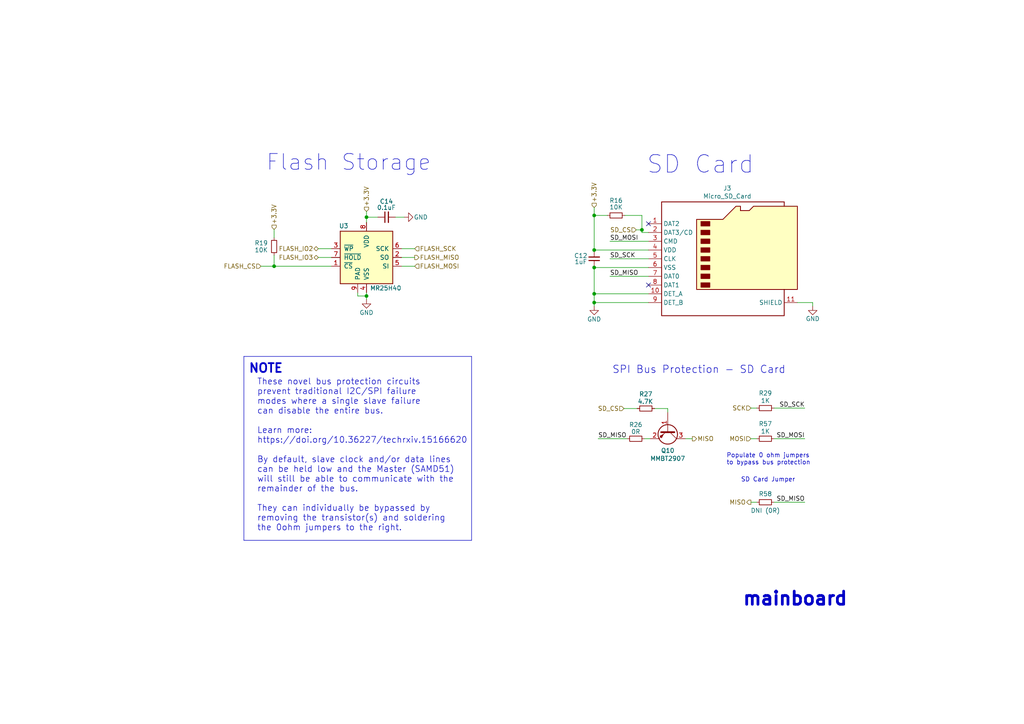
<source format=kicad_sch>
(kicad_sch (version 20230121) (generator eeschema)

  (uuid 8a8ba499-2339-4bda-a952-919dfe39ec43)

  (paper "A4")

  (title_block
    (title "PyCubed Mini")
    (date "2024-02-20")
    (rev "C1/01")
    (company "RExLab Carnegie Mellon University")
    (comment 1 "Z.Manchester")
    (comment 2 "N.Khera")
    (comment 3 "M.Holliday")
  )

  (lib_symbols
    (symbol "Connector:Micro_SD_Card_Det2" (in_bom yes) (on_board yes)
      (property "Reference" "J" (at -16.51 17.78 0)
        (effects (font (size 1.27 1.27)))
      )
      (property "Value" "Micro_SD_Card_Det2" (at 16.51 17.78 0)
        (effects (font (size 1.27 1.27)) (justify right))
      )
      (property "Footprint" "" (at 52.07 17.78 0)
        (effects (font (size 1.27 1.27)) hide)
      )
      (property "Datasheet" "https://www.hirose.com/en/product/document?clcode=&productname=&series=DM3&documenttype=Catalog&lang=en&documentid=D49662_en" (at 2.54 2.54 0)
        (effects (font (size 1.27 1.27)) hide)
      )
      (property "ki_keywords" "connector SD microsd" (at 0 0 0)
        (effects (font (size 1.27 1.27)) hide)
      )
      (property "ki_description" "Micro SD Card Socket with two card detection pins" (at 0 0 0)
        (effects (font (size 1.27 1.27)) hide)
      )
      (property "ki_fp_filters" "microSD*" (at 0 0 0)
        (effects (font (size 1.27 1.27)) hide)
      )
      (symbol "Micro_SD_Card_Det2_0_1"
        (rectangle (start -7.62 -6.985) (end -5.08 -8.255)
          (stroke (width 0.254) (type default))
          (fill (type outline))
        )
        (rectangle (start -7.62 -4.445) (end -5.08 -5.715)
          (stroke (width 0.254) (type default))
          (fill (type outline))
        )
        (rectangle (start -7.62 -1.905) (end -5.08 -3.175)
          (stroke (width 0.254) (type default))
          (fill (type outline))
        )
        (rectangle (start -7.62 0.635) (end -5.08 -0.635)
          (stroke (width 0.254) (type default))
          (fill (type outline))
        )
        (rectangle (start -7.62 3.175) (end -5.08 1.905)
          (stroke (width 0.254) (type default))
          (fill (type outline))
        )
        (rectangle (start -7.62 5.715) (end -5.08 4.445)
          (stroke (width 0.254) (type default))
          (fill (type outline))
        )
        (rectangle (start -7.62 8.255) (end -5.08 6.985)
          (stroke (width 0.254) (type default))
          (fill (type outline))
        )
        (rectangle (start -7.62 10.795) (end -5.08 9.525)
          (stroke (width 0.254) (type default))
          (fill (type outline))
        )
        (polyline
          (pts
            (xy 16.51 15.24)
            (xy 16.51 16.51)
            (xy -19.05 16.51)
            (xy -19.05 -16.51)
            (xy 16.51 -16.51)
            (xy 16.51 -8.89)
          )
          (stroke (width 0.254) (type default))
          (fill (type none))
        )
        (polyline
          (pts
            (xy -8.89 -8.89)
            (xy -8.89 11.43)
            (xy -1.27 11.43)
            (xy 2.54 15.24)
            (xy 3.81 15.24)
            (xy 3.81 13.97)
            (xy 6.35 13.97)
            (xy 7.62 15.24)
            (xy 20.32 15.24)
            (xy 20.32 -8.89)
            (xy -8.89 -8.89)
          )
          (stroke (width 0.254) (type default))
          (fill (type background))
        )
      )
      (symbol "Micro_SD_Card_Det2_1_1"
        (pin bidirectional line (at -22.86 10.16 0) (length 3.81)
          (name "DAT2" (effects (font (size 1.27 1.27))))
          (number "1" (effects (font (size 1.27 1.27))))
        )
        (pin passive line (at -22.86 -10.16 0) (length 3.81)
          (name "DET_A" (effects (font (size 1.27 1.27))))
          (number "10" (effects (font (size 1.27 1.27))))
        )
        (pin passive line (at 20.32 -12.7 180) (length 3.81)
          (name "SHIELD" (effects (font (size 1.27 1.27))))
          (number "11" (effects (font (size 1.27 1.27))))
        )
        (pin bidirectional line (at -22.86 7.62 0) (length 3.81)
          (name "DAT3/CD" (effects (font (size 1.27 1.27))))
          (number "2" (effects (font (size 1.27 1.27))))
        )
        (pin input line (at -22.86 5.08 0) (length 3.81)
          (name "CMD" (effects (font (size 1.27 1.27))))
          (number "3" (effects (font (size 1.27 1.27))))
        )
        (pin power_in line (at -22.86 2.54 0) (length 3.81)
          (name "VDD" (effects (font (size 1.27 1.27))))
          (number "4" (effects (font (size 1.27 1.27))))
        )
        (pin input line (at -22.86 0 0) (length 3.81)
          (name "CLK" (effects (font (size 1.27 1.27))))
          (number "5" (effects (font (size 1.27 1.27))))
        )
        (pin power_in line (at -22.86 -2.54 0) (length 3.81)
          (name "VSS" (effects (font (size 1.27 1.27))))
          (number "6" (effects (font (size 1.27 1.27))))
        )
        (pin bidirectional line (at -22.86 -5.08 0) (length 3.81)
          (name "DAT0" (effects (font (size 1.27 1.27))))
          (number "7" (effects (font (size 1.27 1.27))))
        )
        (pin bidirectional line (at -22.86 -7.62 0) (length 3.81)
          (name "DAT1" (effects (font (size 1.27 1.27))))
          (number "8" (effects (font (size 1.27 1.27))))
        )
        (pin passive line (at -22.86 -12.7 0) (length 3.81)
          (name "DET_B" (effects (font (size 1.27 1.27))))
          (number "9" (effects (font (size 1.27 1.27))))
        )
      )
    )
    (symbol "Device:C_Small" (pin_numbers hide) (pin_names (offset 0.254) hide) (in_bom yes) (on_board yes)
      (property "Reference" "C" (at 0.254 1.778 0)
        (effects (font (size 1.27 1.27)) (justify left))
      )
      (property "Value" "C_Small" (at 0.254 -2.032 0)
        (effects (font (size 1.27 1.27)) (justify left))
      )
      (property "Footprint" "" (at 0 0 0)
        (effects (font (size 1.27 1.27)) hide)
      )
      (property "Datasheet" "~" (at 0 0 0)
        (effects (font (size 1.27 1.27)) hide)
      )
      (property "ki_keywords" "capacitor cap" (at 0 0 0)
        (effects (font (size 1.27 1.27)) hide)
      )
      (property "ki_description" "Unpolarized capacitor, small symbol" (at 0 0 0)
        (effects (font (size 1.27 1.27)) hide)
      )
      (property "ki_fp_filters" "C_*" (at 0 0 0)
        (effects (font (size 1.27 1.27)) hide)
      )
      (symbol "C_Small_0_1"
        (polyline
          (pts
            (xy -1.524 -0.508)
            (xy 1.524 -0.508)
          )
          (stroke (width 0.3302) (type default))
          (fill (type none))
        )
        (polyline
          (pts
            (xy -1.524 0.508)
            (xy 1.524 0.508)
          )
          (stroke (width 0.3048) (type default))
          (fill (type none))
        )
      )
      (symbol "C_Small_1_1"
        (pin passive line (at 0 2.54 270) (length 2.032)
          (name "~" (effects (font (size 1.27 1.27))))
          (number "1" (effects (font (size 1.27 1.27))))
        )
        (pin passive line (at 0 -2.54 90) (length 2.032)
          (name "~" (effects (font (size 1.27 1.27))))
          (number "2" (effects (font (size 1.27 1.27))))
        )
      )
    )
    (symbol "Device:R_Small" (pin_numbers hide) (pin_names (offset 0.254) hide) (in_bom yes) (on_board yes)
      (property "Reference" "R" (at 0.762 0.508 0)
        (effects (font (size 1.27 1.27)) (justify left))
      )
      (property "Value" "R_Small" (at 0.762 -1.016 0)
        (effects (font (size 1.27 1.27)) (justify left))
      )
      (property "Footprint" "" (at 0 0 0)
        (effects (font (size 1.27 1.27)) hide)
      )
      (property "Datasheet" "~" (at 0 0 0)
        (effects (font (size 1.27 1.27)) hide)
      )
      (property "ki_keywords" "R resistor" (at 0 0 0)
        (effects (font (size 1.27 1.27)) hide)
      )
      (property "ki_description" "Resistor, small symbol" (at 0 0 0)
        (effects (font (size 1.27 1.27)) hide)
      )
      (property "ki_fp_filters" "R_*" (at 0 0 0)
        (effects (font (size 1.27 1.27)) hide)
      )
      (symbol "R_Small_0_1"
        (rectangle (start -0.762 1.778) (end 0.762 -1.778)
          (stroke (width 0.2032) (type default))
          (fill (type none))
        )
      )
      (symbol "R_Small_1_1"
        (pin passive line (at 0 2.54 270) (length 0.762)
          (name "~" (effects (font (size 1.27 1.27))))
          (number "1" (effects (font (size 1.27 1.27))))
        )
        (pin passive line (at 0 -2.54 90) (length 0.762)
          (name "~" (effects (font (size 1.27 1.27))))
          (number "2" (effects (font (size 1.27 1.27))))
        )
      )
    )
    (symbol "Memory_NVRAM:MR25H40" (pin_names (offset 1.016)) (in_bom yes) (on_board yes)
      (property "Reference" "U" (at -7.62 8.89 0)
        (effects (font (size 1.27 1.27)) (justify left))
      )
      (property "Value" "MR25H40" (at 1.27 8.89 0)
        (effects (font (size 1.27 1.27)) (justify left))
      )
      (property "Footprint" "" (at 0 0 0)
        (effects (font (size 1.27 1.27)) hide)
      )
      (property "Datasheet" "https://www.everspin.com/file/217/download" (at -7.62 7.62 0)
        (effects (font (size 1.27 1.27)) hide)
      )
      (property "ki_keywords" "MRAM SPI EEPROM 3.3V" (at 0 0 0)
        (effects (font (size 1.27 1.27)) hide)
      )
      (property "ki_description" "4Mb MRAM memory with SPI interface, DFN-8" (at 0 0 0)
        (effects (font (size 1.27 1.27)) hide)
      )
      (property "ki_fp_filters" "DFN*6x5mm*P1.27mm*" (at 0 0 0)
        (effects (font (size 1.27 1.27)) hide)
      )
      (symbol "MR25H40_0_1"
        (rectangle (start -7.62 7.62) (end 7.62 -7.62)
          (stroke (width 0.254) (type default))
          (fill (type background))
        )
      )
      (symbol "MR25H40_1_1"
        (pin input line (at -10.16 -2.54 0) (length 2.54)
          (name "~{CS}" (effects (font (size 1.27 1.27))))
          (number "1" (effects (font (size 1.27 1.27))))
        )
        (pin output line (at 10.16 0 180) (length 2.54)
          (name "SO" (effects (font (size 1.27 1.27))))
          (number "2" (effects (font (size 1.27 1.27))))
        )
        (pin input line (at -10.16 2.54 0) (length 2.54)
          (name "~{WP}" (effects (font (size 1.27 1.27))))
          (number "3" (effects (font (size 1.27 1.27))))
        )
        (pin power_in line (at 0 -10.16 90) (length 2.54)
          (name "VSS" (effects (font (size 1.27 1.27))))
          (number "4" (effects (font (size 1.27 1.27))))
        )
        (pin input line (at 10.16 -2.54 180) (length 2.54)
          (name "SI" (effects (font (size 1.27 1.27))))
          (number "5" (effects (font (size 1.27 1.27))))
        )
        (pin input line (at 10.16 2.54 180) (length 2.54)
          (name "SCK" (effects (font (size 1.27 1.27))))
          (number "6" (effects (font (size 1.27 1.27))))
        )
        (pin input line (at -10.16 0 0) (length 2.54)
          (name "~{HOLD}" (effects (font (size 1.27 1.27))))
          (number "7" (effects (font (size 1.27 1.27))))
        )
        (pin power_in line (at 0 10.16 270) (length 2.54)
          (name "VDD" (effects (font (size 1.27 1.27))))
          (number "8" (effects (font (size 1.27 1.27))))
        )
        (pin power_in line (at -2.54 -10.16 90) (length 2.54)
          (name "PAD" (effects (font (size 1.27 1.27))))
          (number "9" (effects (font (size 1.27 1.27))))
        )
      )
    )
    (symbol "mainboard:MMBT2907" (pin_names (offset 0) hide) (in_bom yes) (on_board yes)
      (property "Reference" "Q" (at 6.35 1.27 0)
        (effects (font (size 1.27 1.27)) (justify left))
      )
      (property "Value" "MMBT2907" (at 11.43 -1.27 0)
        (effects (font (size 1.27 1.27)))
      )
      (property "Footprint" "Package_TO_SOT_SMD:SOT-23" (at -10.16 -25.4 0)
        (effects (font (size 1.27 1.27) italic) (justify left) hide)
      )
      (property "Datasheet" "https://www.diodes.com/assets/Datasheets/ds30040.pdf" (at -10.16 -17.78 0)
        (effects (font (size 1.27 1.27)) (justify left) hide)
      )
      (property "Description" "Single PNP BJT" (at -2.54 -20.32 0)
        (effects (font (size 1.27 1.27)) hide)
      )
      (property "Manufacturer_Name" "ON Semiconductor" (at -1.27 -22.86 0)
        (effects (font (size 1.27 1.27)) hide)
      )
      (property "Manufacturer_Part_Number" "MMBT2907ALT1G" (at -2.54 -15.24 0)
        (effects (font (size 1.27 1.27)) hide)
      )
      (property "ki_keywords" "PNP Transistor" (at 0 0 0)
        (effects (font (size 1.27 1.27)) hide)
      )
      (property "ki_description" "0.8A Ic, 45V Vce, PNP Transistor, SOT-23" (at 0 0 0)
        (effects (font (size 1.27 1.27)) hide)
      )
      (property "ki_fp_filters" "SOT?23*" (at 0 0 0)
        (effects (font (size 1.27 1.27)) hide)
      )
      (symbol "MMBT2907_0_1"
        (polyline
          (pts
            (xy 0.635 0.635)
            (xy 2.54 2.54)
          )
          (stroke (width 0) (type default))
          (fill (type none))
        )
        (polyline
          (pts
            (xy 0.635 -0.635)
            (xy 2.54 -2.54)
            (xy 2.54 -2.54)
          )
          (stroke (width 0) (type default))
          (fill (type none))
        )
        (polyline
          (pts
            (xy 0.635 1.905)
            (xy 0.635 -1.905)
            (xy 0.635 -1.905)
          )
          (stroke (width 0.508) (type default))
          (fill (type none))
        )
        (polyline
          (pts
            (xy 2.286 -1.778)
            (xy 1.778 -2.286)
            (xy 1.27 -1.27)
            (xy 2.286 -1.778)
            (xy 2.286 -1.778)
          )
          (stroke (width 0) (type default))
          (fill (type outline))
        )
        (circle (center 1.27 0) (radius 2.8194)
          (stroke (width 0.254) (type default))
          (fill (type none))
        )
      )
      (symbol "MMBT2907_1_1"
        (pin input line (at -5.08 0 0) (length 5.715)
          (name "B" (effects (font (size 1.27 1.27))))
          (number "1" (effects (font (size 1.27 1.27))))
        )
        (pin passive line (at 2.54 -5.08 90) (length 2.54)
          (name "E" (effects (font (size 1.27 1.27))))
          (number "2" (effects (font (size 1.27 1.27))))
        )
        (pin passive line (at 2.54 5.08 270) (length 2.54)
          (name "C" (effects (font (size 1.27 1.27))))
          (number "3" (effects (font (size 1.27 1.27))))
        )
      )
    )
    (symbol "power:GND" (power) (pin_names (offset 0)) (in_bom yes) (on_board yes)
      (property "Reference" "#PWR" (at 0 -6.35 0)
        (effects (font (size 1.27 1.27)) hide)
      )
      (property "Value" "GND" (at 0 -3.81 0)
        (effects (font (size 1.27 1.27)))
      )
      (property "Footprint" "" (at 0 0 0)
        (effects (font (size 1.27 1.27)) hide)
      )
      (property "Datasheet" "" (at 0 0 0)
        (effects (font (size 1.27 1.27)) hide)
      )
      (property "ki_keywords" "global power" (at 0 0 0)
        (effects (font (size 1.27 1.27)) hide)
      )
      (property "ki_description" "Power symbol creates a global label with name \"GND\" , ground" (at 0 0 0)
        (effects (font (size 1.27 1.27)) hide)
      )
      (symbol "GND_0_1"
        (polyline
          (pts
            (xy 0 0)
            (xy 0 -1.27)
            (xy 1.27 -1.27)
            (xy 0 -2.54)
            (xy -1.27 -1.27)
            (xy 0 -1.27)
          )
          (stroke (width 0) (type default))
          (fill (type none))
        )
      )
      (symbol "GND_1_1"
        (pin power_in line (at 0 0 270) (length 0) hide
          (name "GND" (effects (font (size 1.27 1.27))))
          (number "1" (effects (font (size 1.27 1.27))))
        )
      )
    )
  )

  (junction (at 172.339 62.484) (diameter 0) (color 0 0 0 0)
    (uuid 0ceeb0c0-2cf9-48cc-ae81-0c2a57f01ef7)
  )
  (junction (at 172.339 77.597) (diameter 0) (color 0 0 0 0)
    (uuid 24077a81-ad3f-47be-97dc-28185ae40ae1)
  )
  (junction (at 106.299 85.852) (diameter 0) (color 0 0 0 0)
    (uuid 28f79a15-ec8c-4914-912f-3aa6ea8c2f60)
  )
  (junction (at 172.339 85.217) (diameter 0) (color 0 0 0 0)
    (uuid 5ffca89f-bfc8-4919-995c-d77f2779c779)
  )
  (junction (at 172.339 87.757) (diameter 0) (color 0 0 0 0)
    (uuid 8372f33f-11e2-4d2d-b66a-417fecc102bb)
  )
  (junction (at 79.502 77.216) (diameter 0) (color 0 0 0 0)
    (uuid ac3f1945-57be-49d8-870d-998f49f1fb42)
  )
  (junction (at 186.182 66.675) (diameter 0) (color 0 0 0 0)
    (uuid cb1a1eab-78d6-4584-8a06-0a2377883b83)
  )
  (junction (at 106.299 62.992) (diameter 0) (color 0 0 0 0)
    (uuid dd946739-9ce0-49fe-96e7-e3d41d0fb748)
  )
  (junction (at 172.339 72.517) (diameter 0) (color 0 0 0 0)
    (uuid ff5aa836-49d6-4664-8fb9-1eb2ad8f9686)
  )

  (no_connect (at 188.087 64.897) (uuid 2b73660c-dd73-4523-9998-19c1301281be))
  (no_connect (at 188.087 82.677) (uuid 3baa2f82-77ca-4bc1-9769-cb9982ac03d4))

  (wire (pts (xy 181.229 62.484) (xy 186.182 62.484))
    (stroke (width 0) (type default))
    (uuid 0942f90d-aa62-412e-9e1a-545a87c7e824)
  )
  (wire (pts (xy 172.339 72.517) (xy 188.087 72.517))
    (stroke (width 0) (type default))
    (uuid 0bca2b57-7167-442d-b748-46dc8820c9ab)
  )
  (wire (pts (xy 79.502 74.041) (xy 79.502 77.216))
    (stroke (width 0) (type default))
    (uuid 127bba01-f926-40c7-8b44-48c14a49af20)
  )
  (wire (pts (xy 106.299 62.992) (xy 109.601 62.992))
    (stroke (width 0) (type default))
    (uuid 18364e22-448d-4636-987d-7afca09ee354)
  )
  (wire (pts (xy 172.339 85.217) (xy 188.087 85.217))
    (stroke (width 0) (type default))
    (uuid 24635f54-5735-453e-b0e8-6ce7c2fe5a0f)
  )
  (wire (pts (xy 172.339 87.757) (xy 188.087 87.757))
    (stroke (width 0) (type default))
    (uuid 2a8150ff-981b-4881-b4ca-4e4e721090b9)
  )
  (wire (pts (xy 224.536 118.364) (xy 233.426 118.364))
    (stroke (width 0) (type default))
    (uuid 36959b58-de3a-4699-9e64-9fd6a09703ef)
  )
  (wire (pts (xy 106.299 62.992) (xy 106.299 64.516))
    (stroke (width 0) (type default))
    (uuid 3e17d25d-00aa-4bdb-a0cc-c4741c382fce)
  )
  (wire (pts (xy 173.482 127.254) (xy 181.864 127.254))
    (stroke (width 0) (type default))
    (uuid 4683e622-4588-46e6-87bf-03b42254cf27)
  )
  (wire (pts (xy 116.459 77.216) (xy 120.269 77.216))
    (stroke (width 0) (type default))
    (uuid 475632df-063c-4572-81c5-eb65404d3057)
  )
  (polyline (pts (xy 70.739 103.378) (xy 70.739 156.718))
    (stroke (width 0) (type default))
    (uuid 488c4522-6ae3-44ac-8451-c685c94ea3b4)
  )

  (wire (pts (xy 235.712 87.757) (xy 231.267 87.757))
    (stroke (width 0) (type default))
    (uuid 4a0e9179-3554-48b5-b943-59e2d4dc27fa)
  )
  (wire (pts (xy 172.339 77.597) (xy 188.087 77.597))
    (stroke (width 0) (type default))
    (uuid 4ef27ee9-9ed2-4b6e-8405-0852b5ac227b)
  )
  (wire (pts (xy 176.911 69.977) (xy 188.087 69.977))
    (stroke (width 0) (type default))
    (uuid 5015239a-d93a-4a6c-b08a-d56136e7ea1a)
  )
  (wire (pts (xy 103.759 85.852) (xy 106.299 85.852))
    (stroke (width 0) (type default))
    (uuid 5311351b-ad95-4fc0-b04c-66df8779fb7b)
  )
  (wire (pts (xy 172.339 87.757) (xy 172.339 88.773))
    (stroke (width 0) (type default))
    (uuid 5519bbea-da70-41f5-a152-3873f5e3a894)
  )
  (wire (pts (xy 180.975 118.491) (xy 184.785 118.491))
    (stroke (width 0) (type default))
    (uuid 554ec18e-a776-4849-99b2-11f47ec4ddee)
  )
  (wire (pts (xy 106.299 61.341) (xy 106.299 62.992))
    (stroke (width 0) (type default))
    (uuid 5e394175-edef-4683-ad76-158626fdb140)
  )
  (wire (pts (xy 193.675 118.491) (xy 193.675 119.634))
    (stroke (width 0) (type default))
    (uuid 5f082000-5e56-402d-976c-9df11e341c4c)
  )
  (wire (pts (xy 79.502 66.548) (xy 79.502 68.961))
    (stroke (width 0) (type default))
    (uuid 612da475-7b1c-4c88-b033-259e0071e839)
  )
  (polyline (pts (xy 136.779 156.718) (xy 136.779 103.378))
    (stroke (width 0) (type default))
    (uuid 64267ad8-aa72-4a9e-a4a1-4125ed85d507)
  )

  (wire (pts (xy 224.536 145.669) (xy 233.426 145.669))
    (stroke (width 0) (type default))
    (uuid 7050db59-d325-41ec-8ba1-54490947a9c9)
  )
  (wire (pts (xy 176.911 75.057) (xy 188.087 75.057))
    (stroke (width 0) (type default))
    (uuid 762e5476-8af0-48da-8ad5-8df64db97437)
  )
  (wire (pts (xy 217.805 118.364) (xy 219.456 118.364))
    (stroke (width 0) (type default))
    (uuid 7b36d898-b125-4c52-9224-2264976f14fb)
  )
  (wire (pts (xy 186.944 127.254) (xy 188.595 127.254))
    (stroke (width 0) (type default))
    (uuid 84099579-128e-4151-9440-e6ff85dab305)
  )
  (polyline (pts (xy 136.779 103.378) (xy 70.739 103.378))
    (stroke (width 0) (type default))
    (uuid 85482384-a461-4be6-b602-8f747e0cbdb3)
  )

  (wire (pts (xy 198.755 127.254) (xy 200.787 127.254))
    (stroke (width 0) (type default))
    (uuid 87b8e648-2e05-4565-9aee-59a36e148157)
  )
  (wire (pts (xy 106.299 86.868) (xy 106.299 85.852))
    (stroke (width 0) (type default))
    (uuid 8818afa2-f9a2-482d-9a1e-702496bd03c8)
  )
  (wire (pts (xy 186.182 67.437) (xy 188.087 67.437))
    (stroke (width 0) (type default))
    (uuid 88a079fe-b9b7-4b93-b896-ef7e63695e31)
  )
  (wire (pts (xy 172.339 60.198) (xy 172.339 62.484))
    (stroke (width 0) (type default))
    (uuid 904ef647-2587-4851-a3f1-f1b201383596)
  )
  (wire (pts (xy 75.692 77.216) (xy 79.502 77.216))
    (stroke (width 0) (type default))
    (uuid 9d700587-cfbe-4035-a1d0-1310003fd311)
  )
  (wire (pts (xy 117.221 62.992) (xy 114.681 62.992))
    (stroke (width 0) (type default))
    (uuid a0335edd-6a0b-4c20-97d9-3ce4f8dcc108)
  )
  (polyline (pts (xy 70.739 156.718) (xy 136.779 156.718))
    (stroke (width 0) (type default))
    (uuid a4d506bc-4f56-4ef9-909d-1f20839e6904)
  )

  (wire (pts (xy 172.339 77.597) (xy 172.339 85.217))
    (stroke (width 0) (type default))
    (uuid a9e7c6b4-279b-474c-be2a-190e02106cb0)
  )
  (wire (pts (xy 92.329 72.136) (xy 96.139 72.136))
    (stroke (width 0) (type default))
    (uuid ad6ba5fe-98de-4ac6-811f-451e9ddb9b26)
  )
  (wire (pts (xy 217.805 145.669) (xy 219.456 145.669))
    (stroke (width 0) (type default))
    (uuid aede7a08-43b7-4f17-8efa-3a60927265a0)
  )
  (wire (pts (xy 79.502 77.216) (xy 96.139 77.216))
    (stroke (width 0) (type default))
    (uuid af5c6822-b836-4d4f-add1-6767429a8fa2)
  )
  (wire (pts (xy 176.911 80.137) (xy 188.087 80.137))
    (stroke (width 0) (type default))
    (uuid b3385d9c-5385-4de1-814a-ab6358dfe604)
  )
  (wire (pts (xy 106.299 85.852) (xy 106.299 84.836))
    (stroke (width 0) (type default))
    (uuid b951c221-6b19-4219-b10e-7ee17750230e)
  )
  (wire (pts (xy 189.865 118.491) (xy 193.675 118.491))
    (stroke (width 0) (type default))
    (uuid bbae8645-de91-42d7-a3cb-37a5450ce0c0)
  )
  (wire (pts (xy 172.339 62.484) (xy 172.339 72.517))
    (stroke (width 0) (type default))
    (uuid c59f814b-7ea6-41bc-a7f1-a4dfcfab9e36)
  )
  (wire (pts (xy 235.712 88.773) (xy 235.712 87.757))
    (stroke (width 0) (type default))
    (uuid ca7c43d4-b53b-4726-96e0-9d3cc150466b)
  )
  (wire (pts (xy 224.536 127.254) (xy 233.426 127.254))
    (stroke (width 0) (type default))
    (uuid cb568d96-b345-4646-9abd-dfe739134d77)
  )
  (wire (pts (xy 172.339 85.217) (xy 172.339 87.757))
    (stroke (width 0) (type default))
    (uuid cd3d8591-2e9a-431e-8fa3-ffdf0e1ae30b)
  )
  (wire (pts (xy 116.459 74.676) (xy 120.269 74.676))
    (stroke (width 0) (type default))
    (uuid cf08ba75-785f-4d09-91b4-c66d273f6168)
  )
  (wire (pts (xy 186.182 66.675) (xy 186.182 67.437))
    (stroke (width 0) (type default))
    (uuid d2c66563-7aae-4404-b00c-4d6f0ff6a1b4)
  )
  (wire (pts (xy 184.531 66.675) (xy 186.182 66.675))
    (stroke (width 0) (type default))
    (uuid de8ac736-6571-4d61-9b28-eb743ceaf55d)
  )
  (wire (pts (xy 116.459 72.136) (xy 120.269 72.136))
    (stroke (width 0) (type default))
    (uuid df428838-04a0-4924-80c3-6258c7f4d0be)
  )
  (wire (pts (xy 217.805 127.254) (xy 219.456 127.254))
    (stroke (width 0) (type default))
    (uuid e82f39bd-e731-484b-aaf9-8226dc3c1e3b)
  )
  (wire (pts (xy 92.329 74.676) (xy 96.139 74.676))
    (stroke (width 0) (type default))
    (uuid e870b032-570b-40cf-8b10-7f0a4c3f3869)
  )
  (wire (pts (xy 103.759 85.852) (xy 103.759 84.836))
    (stroke (width 0) (type default))
    (uuid e8d2ca48-fa4d-4f01-9c4c-8bb9c2170fff)
  )
  (wire (pts (xy 186.182 62.484) (xy 186.182 66.675))
    (stroke (width 0) (type default))
    (uuid f2d475b7-04da-4367-b421-667562997557)
  )
  (wire (pts (xy 172.339 62.484) (xy 176.149 62.484))
    (stroke (width 0) (type default))
    (uuid fcb422da-14ce-4fea-902c-b46cf446909f)
  )

  (text "SD Card" (at 187.452 50.8 0)
    (effects (font (size 5.08 5.08)) (justify left bottom))
    (uuid 06f8da89-3dbd-4663-a5c1-79236c1a3023)
  )
  (text "SPI Bus Protection - SD Card" (at 177.546 108.585 0)
    (effects (font (size 2.159 2.159)) (justify left bottom))
    (uuid 111b14b6-a944-4c57-8a29-10a5970436e2)
  )
  (text "NOTE" (at 72.009 108.458 0)
    (effects (font (size 2.54 2.54) (thickness 0.508) bold) (justify left bottom))
    (uuid 2c91bd11-7af0-432d-934f-1864f2b3ec6a)
  )
  (text "These novel bus protection circuits\nprevent traditional I2C/SPI failure \nmodes where a single slave failure\ncan disable the entire bus.\n\nLearn more: \nhttps://doi.org/10.36227/techrxiv.15166620\n\nBy default, slave clock and/or data lines \ncan be held low and the Master (SAMD51) \nwill still be able to communicate with the \nremainder of the bus.\n\nThey can individually be bypassed by \nremoving the transistor(s) and soldering\nthe 0ohm jumpers to the right."
    (at 74.549 154.178 0)
    (effects (font (size 1.7526 1.7526)) (justify left bottom))
    (uuid 695befad-5006-4fb8-98e4-f0fe120f245b)
  )
  (text "SD Card Jumper" (at 214.884 139.954 0)
    (effects (font (size 1.27 1.27)) (justify left bottom))
    (uuid 74df3b02-d15b-45e1-8428-c95672dbc415)
  )
  (text "Populate 0 ohm jumpers\nto bypass bus protection" (at 210.693 135.001 0)
    (effects (font (size 1.27 1.27)) (justify left bottom))
    (uuid af99c2c1-b495-433c-aac1-89673ff75e02)
  )
  (text "Flash Storage" (at 77.089 49.911 0)
    (effects (font (size 4.572 4.572)) (justify left bottom))
    (uuid e82b8831-9ff4-4fab-af49-9d1b17953cd7)
  )
  (text "mainboard" (at 215.138 176.022 0)
    (effects (font (size 3.81 3.81) (thickness 0.7976) bold) (justify left bottom))
    (uuid fdeb2676-8335-4304-ab85-72c48a0ef055)
  )

  (label "SD_MISO" (at 233.426 145.669 180) (fields_autoplaced)
    (effects (font (size 1.27 1.27)) (justify right bottom))
    (uuid 33373c5b-cd99-4f68-9635-7a184727a07a)
  )
  (label "SD_MOSI" (at 233.426 127.254 180) (fields_autoplaced)
    (effects (font (size 1.27 1.27)) (justify right bottom))
    (uuid 3e51a28b-8000-47b6-9f21-284dba2df29b)
  )
  (label "SD_MOSI" (at 176.911 69.977 0) (fields_autoplaced)
    (effects (font (size 1.27 1.27)) (justify left bottom))
    (uuid a4e7cddd-42d6-4cbe-a5b5-3659436a161d)
  )
  (label "SD_SCK" (at 176.911 75.057 0) (fields_autoplaced)
    (effects (font (size 1.27 1.27)) (justify left bottom))
    (uuid a876320a-0a04-4300-98fa-15e494ee252c)
  )
  (label "SD_SCK" (at 233.426 118.364 180) (fields_autoplaced)
    (effects (font (size 1.27 1.27)) (justify right bottom))
    (uuid b0eccd7b-1831-4daf-b50a-0b9491a9d922)
  )
  (label "SD_MISO" (at 173.482 127.254 0) (fields_autoplaced)
    (effects (font (size 1.27 1.27)) (justify left bottom))
    (uuid ca201b53-1dcd-4bdc-9b31-7a33ce1f5210)
  )
  (label "SD_MISO" (at 176.911 80.137 0) (fields_autoplaced)
    (effects (font (size 1.27 1.27)) (justify left bottom))
    (uuid f269afec-d179-47e8-926b-ce54718744f5)
  )

  (hierarchical_label "MISO" (shape output) (at 200.787 127.254 0) (fields_autoplaced)
    (effects (font (size 1.27 1.27)) (justify left))
    (uuid 049cf2fe-561c-4934-8728-93e2d9262a8b)
  )
  (hierarchical_label "FLASH_IO3" (shape bidirectional) (at 92.329 74.676 180) (fields_autoplaced)
    (effects (font (size 1.27 1.27)) (justify right))
    (uuid 07425ef3-9c88-4a21-960e-aaaee1916347)
  )
  (hierarchical_label "+3.3V" (shape input) (at 106.299 61.341 90) (fields_autoplaced)
    (effects (font (size 1.27 1.27)) (justify left))
    (uuid 0ee7ecf8-38f3-444d-b2a4-a6dcdcfd62a5)
  )
  (hierarchical_label "MISO" (shape output) (at 217.805 145.669 180) (fields_autoplaced)
    (effects (font (size 1.27 1.27)) (justify right))
    (uuid 222ca74d-c2d9-4674-9d9e-39e854b0a130)
  )
  (hierarchical_label "FLASH_CS" (shape input) (at 75.692 77.216 180) (fields_autoplaced)
    (effects (font (size 1.27 1.27)) (justify right))
    (uuid 539de4af-f133-49a9-9d2f-1d755c300a1d)
  )
  (hierarchical_label "FLASH_MOSI" (shape input) (at 120.269 77.216 0) (fields_autoplaced)
    (effects (font (size 1.27 1.27)) (justify left))
    (uuid 6835869e-3bda-43e8-a041-099aa9e24ee5)
  )
  (hierarchical_label "SD_CS" (shape input) (at 180.975 118.491 180) (fields_autoplaced)
    (effects (font (size 1.27 1.27)) (justify right))
    (uuid 69a241de-a4f5-4ef6-b372-950b7a896d47)
  )
  (hierarchical_label "FLASH_MISO" (shape output) (at 120.269 74.676 0) (fields_autoplaced)
    (effects (font (size 1.27 1.27)) (justify left))
    (uuid 6c208dfa-32af-488b-9186-0649cf4fea99)
  )
  (hierarchical_label "SD_CS" (shape input) (at 184.531 66.675 180) (fields_autoplaced)
    (effects (font (size 1.27 1.27)) (justify right))
    (uuid 94b2f099-d219-4a44-83c0-d01401306d63)
  )
  (hierarchical_label "FLASH_SCK" (shape input) (at 120.269 72.136 0) (fields_autoplaced)
    (effects (font (size 1.27 1.27)) (justify left))
    (uuid a2b3742b-3d83-449c-8fc5-5913525095dd)
  )
  (hierarchical_label "+3.3V" (shape input) (at 172.339 60.198 90) (fields_autoplaced)
    (effects (font (size 1.27 1.27)) (justify left))
    (uuid a593f8d3-ae7d-4a76-b75f-80dd871fcb3b)
  )
  (hierarchical_label "MOSI" (shape input) (at 217.805 127.254 180) (fields_autoplaced)
    (effects (font (size 1.27 1.27)) (justify right))
    (uuid ac569573-f76c-4b79-9430-d6411f0f61f6)
  )
  (hierarchical_label "SCK" (shape input) (at 217.805 118.364 180) (fields_autoplaced)
    (effects (font (size 1.27 1.27)) (justify right))
    (uuid b355fb36-45e1-47cd-b31e-f4fc61a1d174)
  )
  (hierarchical_label "+3.3V" (shape input) (at 79.502 66.548 90) (fields_autoplaced)
    (effects (font (size 1.27 1.27)) (justify left))
    (uuid c424f4c3-db2b-4954-ae12-bbd131c83139)
  )
  (hierarchical_label "FLASH_IO2" (shape bidirectional) (at 92.329 72.136 180) (fields_autoplaced)
    (effects (font (size 1.27 1.27)) (justify right))
    (uuid c42619ff-1e2e-4d16-8871-8258970000db)
  )

  (symbol (lib_id "Device:R_Small") (at 221.996 127.254 270) (unit 1)
    (in_bom yes) (on_board yes) (dnp no)
    (uuid 0e87ef66-c37e-4e7d-8b80-d6060afb4246)
    (property "Reference" "R57" (at 221.996 122.936 90)
      (effects (font (size 1.27 1.27)))
    )
    (property "Value" "1K" (at 221.996 125.095 90)
      (effects (font (size 1.27 1.27)))
    )
    (property "Footprint" "Resistor_SMD:R_0603_1608Metric" (at 221.996 127.254 0)
      (effects (font (size 1.27 1.27)) hide)
    )
    (property "Datasheet" "~" (at 221.996 127.254 0)
      (effects (font (size 1.27 1.27)) hide)
    )
    (property "Description" "1K 0603" (at 225.7044 128.9812 0)
      (effects (font (size 1.27 1.27)) hide)
    )
    (pin "1" (uuid 0fe50f4d-6eca-4c63-b268-bbfb9743a0fd))
    (pin "2" (uuid fd1ec84e-d339-4fac-8e91-0291e752fce4))
    (instances
      (project "mainboard"
        (path "/1aa2047c-1463-47dc-8fa9-594d0cbf3c24/f5f499ea-8972-4b2e-b8a6-a21094b6e29f"
          (reference "R57") (unit 1)
        )
      )
    )
  )

  (symbol (lib_id "Device:R_Small") (at 221.996 145.669 270) (unit 1)
    (in_bom yes) (on_board yes) (dnp no)
    (uuid 245df016-15e5-4f38-9a76-dc68375dfc56)
    (property "Reference" "R58" (at 221.996 143.256 90)
      (effects (font (size 1.27 1.27)))
    )
    (property "Value" "DNI (0R)" (at 221.996 148.082 90)
      (effects (font (size 1.27 1.27)))
    )
    (property "Footprint" "Resistor_SMD:R_0603_1608Metric" (at 221.996 145.669 0)
      (effects (font (size 1.27 1.27)) hide)
    )
    (property "Datasheet" "~" (at 221.996 145.669 0)
      (effects (font (size 1.27 1.27)) hide)
    )
    (property "DNI" "DNI" (at 221.996 147.828 90)
      (effects (font (size 1.27 1.27)) hide)
    )
    (property "Description" "0 0603" (at 220.726 144.399 0)
      (effects (font (size 1.27 1.27)) hide)
    )
    (pin "1" (uuid 711ae804-c06e-4920-93f3-2027eb8fb34e))
    (pin "2" (uuid 1cf5c9ff-8e19-475e-b24d-037708c1270e))
    (instances
      (project "mainboard"
        (path "/1aa2047c-1463-47dc-8fa9-594d0cbf3c24/f5f499ea-8972-4b2e-b8a6-a21094b6e29f"
          (reference "R58") (unit 1)
        )
      )
    )
  )

  (symbol (lib_id "power:GND") (at 235.712 88.773 0) (unit 1)
    (in_bom yes) (on_board yes) (dnp no)
    (uuid 31a75cc0-74f1-42df-8850-9129efca912a)
    (property "Reference" "#PWR048" (at 235.712 95.123 0)
      (effects (font (size 1.27 1.27)) hide)
    )
    (property "Value" "GND" (at 235.712 92.456 0)
      (effects (font (size 1.27 1.27)))
    )
    (property "Footprint" "" (at 235.712 88.773 0)
      (effects (font (size 1.27 1.27)) hide)
    )
    (property "Datasheet" "" (at 235.712 88.773 0)
      (effects (font (size 1.27 1.27)) hide)
    )
    (pin "1" (uuid cbbaea90-132f-4e0e-b476-8f6fcaa99ad7))
    (instances
      (project "mainboard"
        (path "/1aa2047c-1463-47dc-8fa9-594d0cbf3c24/f5f499ea-8972-4b2e-b8a6-a21094b6e29f"
          (reference "#PWR048") (unit 1)
        )
      )
    )
  )

  (symbol (lib_id "Device:C_Small") (at 172.339 75.057 180) (unit 1)
    (in_bom yes) (on_board yes) (dnp no)
    (uuid 33199294-4e39-4f9e-aaee-478bcf53cffb)
    (property "Reference" "C12" (at 166.497 74.168 0)
      (effects (font (size 1.27 1.27)) (justify right))
    )
    (property "Value" "1uF" (at 166.624 75.946 0)
      (effects (font (size 1.27 1.27)) (justify right))
    )
    (property "Footprint" "Capacitor_SMD:C_0603_1608Metric" (at 172.339 75.057 0)
      (effects (font (size 1.27 1.27)) hide)
    )
    (property "Datasheet" "~" (at 172.339 75.057 0)
      (effects (font (size 1.27 1.27)) hide)
    )
    (pin "1" (uuid 3e7b04fc-15f2-4ffb-9895-f89eb219b28f))
    (pin "2" (uuid b56ef75d-18fe-4a7a-b52b-f2ba4c143e1b))
    (instances
      (project "mainboard"
        (path "/1aa2047c-1463-47dc-8fa9-594d0cbf3c24/f5f499ea-8972-4b2e-b8a6-a21094b6e29f"
          (reference "C12") (unit 1)
        )
      )
    )
  )

  (symbol (lib_id "Device:C_Small") (at 112.141 62.992 90) (unit 1)
    (in_bom yes) (on_board yes) (dnp no)
    (uuid 3aedfd57-ddb1-4b87-b011-61a86ed2c16b)
    (property "Reference" "C14" (at 114.046 58.42 90)
      (effects (font (size 1.27 1.27)) (justify left))
    )
    (property "Value" "0.1uF" (at 114.808 60.198 90)
      (effects (font (size 1.27 1.27)) (justify left))
    )
    (property "Footprint" "Capacitor_SMD:C_0603_1608Metric" (at 112.141 62.992 0)
      (effects (font (size 1.27 1.27)) hide)
    )
    (property "Datasheet" "~" (at 112.141 62.992 0)
      (effects (font (size 1.27 1.27)) hide)
    )
    (pin "1" (uuid 02ea0b63-41be-46d3-9ae5-122d24e9059f))
    (pin "2" (uuid a00ac610-c2fc-40b5-84f2-33bff46fbe95))
    (instances
      (project "mainboard"
        (path "/1aa2047c-1463-47dc-8fa9-594d0cbf3c24/f5f499ea-8972-4b2e-b8a6-a21094b6e29f"
          (reference "C14") (unit 1)
        )
      )
    )
  )

  (symbol (lib_id "Device:R_Small") (at 178.689 62.484 90) (unit 1)
    (in_bom yes) (on_board yes) (dnp no)
    (uuid 3dfc95be-63ad-4db6-97e1-f4689e007994)
    (property "Reference" "R16" (at 178.689 58.166 90)
      (effects (font (size 1.27 1.27)))
    )
    (property "Value" "10K" (at 178.689 60.071 90)
      (effects (font (size 1.27 1.27)))
    )
    (property "Footprint" "Resistor_SMD:R_0603_1608Metric" (at 178.689 62.484 0)
      (effects (font (size 1.27 1.27)) hide)
    )
    (property "Datasheet" "~" (at 178.689 62.484 0)
      (effects (font (size 1.27 1.27)) hide)
    )
    (pin "1" (uuid 0f1be2fb-51d9-4cf1-b311-e0eb93e349c5))
    (pin "2" (uuid c252d99d-91eb-4d27-b33c-66e3d840f8f8))
    (instances
      (project "mainboard"
        (path "/1aa2047c-1463-47dc-8fa9-594d0cbf3c24/f5f499ea-8972-4b2e-b8a6-a21094b6e29f"
          (reference "R16") (unit 1)
        )
      )
    )
  )

  (symbol (lib_id "Device:R_Small") (at 79.502 71.501 0) (unit 1)
    (in_bom yes) (on_board yes) (dnp no)
    (uuid 55cdf89c-e53c-4799-963a-f1f9dc49d33b)
    (property "Reference" "R19" (at 77.724 70.485 0)
      (effects (font (size 1.27 1.27)) (justify right))
    )
    (property "Value" "10K" (at 77.724 72.517 0)
      (effects (font (size 1.27 1.27)) (justify right))
    )
    (property "Footprint" "Resistor_SMD:R_0603_1608Metric" (at 79.502 71.501 0)
      (effects (font (size 1.27 1.27)) hide)
    )
    (property "Datasheet" "~" (at 79.502 71.501 0)
      (effects (font (size 1.27 1.27)) hide)
    )
    (pin "1" (uuid e2aa23bb-2f21-4ee8-8209-dff338f96fa9))
    (pin "2" (uuid 00151fcd-53bd-47ac-9571-1d802b04efb3))
    (instances
      (project "mainboard"
        (path "/1aa2047c-1463-47dc-8fa9-594d0cbf3c24/f5f499ea-8972-4b2e-b8a6-a21094b6e29f"
          (reference "R19") (unit 1)
        )
      )
    )
  )

  (symbol (lib_id "Device:R_Small") (at 221.996 118.364 270) (unit 1)
    (in_bom yes) (on_board yes) (dnp no)
    (uuid 65752a9f-9d8e-4a8a-9c7b-e12690bbf008)
    (property "Reference" "R29" (at 221.996 114.046 90)
      (effects (font (size 1.27 1.27)))
    )
    (property "Value" "1K" (at 221.996 116.205 90)
      (effects (font (size 1.27 1.27)))
    )
    (property "Footprint" "Resistor_SMD:R_0603_1608Metric" (at 221.996 118.364 0)
      (effects (font (size 1.27 1.27)) hide)
    )
    (property "Datasheet" "~" (at 221.996 118.364 0)
      (effects (font (size 1.27 1.27)) hide)
    )
    (property "Description" "1K 0603" (at 225.7044 120.0912 0)
      (effects (font (size 1.27 1.27)) hide)
    )
    (pin "1" (uuid 11141c7e-2aeb-4a46-b766-dc9997801822))
    (pin "2" (uuid 5d93fb0a-5b0e-4c0d-9fd1-37894b057f5a))
    (instances
      (project "mainboard"
        (path "/1aa2047c-1463-47dc-8fa9-594d0cbf3c24/f5f499ea-8972-4b2e-b8a6-a21094b6e29f"
          (reference "R29") (unit 1)
        )
      )
    )
  )

  (symbol (lib_id "mainboard:MMBT2907") (at 193.675 124.714 270) (unit 1)
    (in_bom yes) (on_board yes) (dnp no)
    (uuid 6ab0a7b2-f2cc-426a-8f2a-f62c7c6937ad)
    (property "Reference" "Q10" (at 193.675 130.683 90)
      (effects (font (size 1.27 1.27)))
    )
    (property "Value" "MMBT2907" (at 193.675 132.9944 90)
      (effects (font (size 1.27 1.27)))
    )
    (property "Footprint" "Package_TO_SOT_SMD:SOT-23" (at 191.77 129.794 0)
      (effects (font (size 1.27 1.27) italic) (justify left) hide)
    )
    (property "Datasheet" "https://www.diodes.com/assets/Datasheets/ds30040.pdf" (at 193.675 124.714 0)
      (effects (font (size 1.27 1.27)) (justify left) hide)
    )
    (property "Description" "Single PNP BJT" (at 193.675 124.714 0)
      (effects (font (size 1.27 1.27)) hide)
    )
    (property "Flight" "MMBT2907ALT1G" (at 193.675 124.714 0)
      (effects (font (size 1.27 1.27)) hide)
    )
    (property "Manufacturer_Name" "ON Semiconductor" (at 193.675 124.714 0)
      (effects (font (size 1.27 1.27)) hide)
    )
    (property "Manufacturer_Part_Number" "MMBT2907ALT1G" (at 196.215 130.683 0)
      (effects (font (size 1.27 1.27)) hide)
    )
    (property "Proto" "MMBT2907A" (at 193.675 124.714 0)
      (effects (font (size 1.27 1.27)) hide)
    )
    (pin "1" (uuid 61d383cb-8dcc-4aa3-81ad-f648a23af24e))
    (pin "2" (uuid af203d49-8765-4f2f-871b-6801c4ecbd51))
    (pin "3" (uuid ff84f2ef-0df2-40ba-ba80-a912eabf3816))
    (instances
      (project "mainboard"
        (path "/1aa2047c-1463-47dc-8fa9-594d0cbf3c24/f5f499ea-8972-4b2e-b8a6-a21094b6e29f"
          (reference "Q10") (unit 1)
        )
      )
    )
  )

  (symbol (lib_id "power:GND") (at 172.339 88.773 0) (unit 1)
    (in_bom yes) (on_board yes) (dnp no)
    (uuid 8feb3948-1132-4e7c-afa2-728eca57b06e)
    (property "Reference" "#PWR013" (at 172.339 95.123 0)
      (effects (font (size 1.27 1.27)) hide)
    )
    (property "Value" "GND" (at 174.371 92.583 0)
      (effects (font (size 1.27 1.27)) (justify right))
    )
    (property "Footprint" "" (at 172.339 88.773 0)
      (effects (font (size 1.27 1.27)) hide)
    )
    (property "Datasheet" "" (at 172.339 88.773 0)
      (effects (font (size 1.27 1.27)) hide)
    )
    (pin "1" (uuid f977d7d5-e183-48e6-9817-791309c96952))
    (instances
      (project "mainboard"
        (path "/1aa2047c-1463-47dc-8fa9-594d0cbf3c24/f5f499ea-8972-4b2e-b8a6-a21094b6e29f"
          (reference "#PWR013") (unit 1)
        )
      )
    )
  )

  (symbol (lib_id "power:GND") (at 117.221 62.992 90) (unit 1)
    (in_bom yes) (on_board yes) (dnp no)
    (uuid 9aa59ede-7ea3-4783-9241-b03d036e7b81)
    (property "Reference" "#PWR044" (at 123.571 62.992 0)
      (effects (font (size 1.27 1.27)) hide)
    )
    (property "Value" "GND" (at 122.047 62.992 90)
      (effects (font (size 1.27 1.27)))
    )
    (property "Footprint" "" (at 117.221 62.992 0)
      (effects (font (size 1.27 1.27)) hide)
    )
    (property "Datasheet" "" (at 117.221 62.992 0)
      (effects (font (size 1.27 1.27)) hide)
    )
    (pin "1" (uuid 6a6fffe9-3ec2-4bdc-99ad-bcff7f39b8c8))
    (instances
      (project "mainboard"
        (path "/1aa2047c-1463-47dc-8fa9-594d0cbf3c24/f5f499ea-8972-4b2e-b8a6-a21094b6e29f"
          (reference "#PWR044") (unit 1)
        )
      )
    )
  )

  (symbol (lib_id "Device:R_Small") (at 187.325 118.491 270) (unit 1)
    (in_bom yes) (on_board yes) (dnp no)
    (uuid b42a4dda-b907-41d2-829e-c0acf2a1bcaf)
    (property "Reference" "R27" (at 187.325 114.3 90)
      (effects (font (size 1.27 1.27)))
    )
    (property "Value" "4.7K" (at 187.198 116.459 90)
      (effects (font (size 1.27 1.27)))
    )
    (property "Footprint" "Resistor_SMD:R_0603_1608Metric" (at 187.325 118.491 0)
      (effects (font (size 1.27 1.27)) hide)
    )
    (property "Datasheet" "~" (at 187.325 118.491 0)
      (effects (font (size 1.27 1.27)) hide)
    )
    (property "Description" "4.7k 0603" (at 189.865 113.284 0)
      (effects (font (size 1.27 1.27)) hide)
    )
    (pin "1" (uuid 69f430bc-1e0a-4677-903b-222f6b21350c))
    (pin "2" (uuid 5a27fc14-c346-4b2d-89ee-b61bbdc82d32))
    (instances
      (project "mainboard"
        (path "/1aa2047c-1463-47dc-8fa9-594d0cbf3c24/f5f499ea-8972-4b2e-b8a6-a21094b6e29f"
          (reference "R27") (unit 1)
        )
      )
    )
  )

  (symbol (lib_id "Connector:Micro_SD_Card_Det2") (at 210.947 75.057 0) (unit 1)
    (in_bom yes) (on_board yes) (dnp no)
    (uuid c0a7e38f-338f-4367-8e24-17dd5be07de3)
    (property "Reference" "J3" (at 210.947 54.61 0)
      (effects (font (size 1.27 1.27)))
    )
    (property "Value" "Micro_SD_Card" (at 210.947 56.9214 0)
      (effects (font (size 1.27 1.27)))
    )
    (property "Footprint" "mainboard:microSD_104031-0811" (at 263.017 57.277 0)
      (effects (font (size 1.27 1.27)) hide)
    )
    (property "Datasheet" "https://www.hirose.com/en/product/document?clcode=&productname=&series=DM3&documenttype=Catalog&lang=en&documentid=D49662_en" (at 213.487 72.517 0)
      (effects (font (size 1.27 1.27)) hide)
    )
    (pin "1" (uuid a5942d4b-6af5-411a-9996-aa13c95795f2))
    (pin "10" (uuid a5d5ec8b-ac18-4e95-88a6-69499f336de7))
    (pin "11" (uuid dcc832f9-3483-411f-8b27-bc2cbe4bd63f))
    (pin "2" (uuid fb353bff-5da9-40ba-8ad3-077c554be883))
    (pin "3" (uuid 566bae8d-5c24-49eb-8a78-090f1ead1b4b))
    (pin "4" (uuid f19e1508-a135-453a-99ae-0e62a7743759))
    (pin "5" (uuid 2638a76d-f15c-4a16-94bc-1818f10c3439))
    (pin "6" (uuid c9a14635-92d3-4757-a6b5-2deed065c88b))
    (pin "7" (uuid a9d9f767-9ef6-4394-9834-1937c1edd80f))
    (pin "8" (uuid 835a0fbe-3e68-4a90-94d9-3202a42e72a9))
    (pin "9" (uuid c49445a2-a36c-40bb-ad49-df74a29c13d3))
    (instances
      (project "mainboard"
        (path "/1aa2047c-1463-47dc-8fa9-594d0cbf3c24/f5f499ea-8972-4b2e-b8a6-a21094b6e29f"
          (reference "J3") (unit 1)
        )
      )
    )
  )

  (symbol (lib_id "Memory_NVRAM:MR25H40") (at 106.299 74.676 0) (unit 1)
    (in_bom yes) (on_board yes) (dnp no)
    (uuid cb974f68-821b-4b45-a7ad-eba597e5478d)
    (property "Reference" "U3" (at 99.695 65.532 0)
      (effects (font (size 1.27 1.27)))
    )
    (property "Value" "MR25H40" (at 111.887 83.566 0)
      (effects (font (size 1.27 1.27)))
    )
    (property "Footprint" "mainboard:MR25H40DF" (at 106.299 74.676 0)
      (effects (font (size 1.27 1.27)) hide)
    )
    (property "Datasheet" "https://www.everspin.com/file/217/download" (at 98.679 67.056 0)
      (effects (font (size 1.27 1.27)) hide)
    )
    (pin "1" (uuid 742baecc-31cb-4dd6-8452-9fa4e98b54cb))
    (pin "2" (uuid b2ad7a9a-6329-4f18-9da9-7bc514f5a778))
    (pin "3" (uuid b6c96c35-81ee-4021-a73c-852258fd5317))
    (pin "4" (uuid fee5c1a6-86c3-476d-9588-2ac1cd309f15))
    (pin "5" (uuid f2650069-c1c9-41be-b8a0-055612234402))
    (pin "6" (uuid 48cf19e7-7514-482f-a1ca-17dba843fa9a))
    (pin "7" (uuid ad7e071e-71b5-4246-a2e0-c296bc15af5c))
    (pin "8" (uuid 4f3fdd32-0261-4026-b2a7-59db976aaf40))
    (pin "9" (uuid 87408f11-3ee9-4e57-ab0e-3a5569d4106c))
    (instances
      (project "mainboard"
        (path "/1aa2047c-1463-47dc-8fa9-594d0cbf3c24/f5f499ea-8972-4b2e-b8a6-a21094b6e29f"
          (reference "U3") (unit 1)
        )
      )
    )
  )

  (symbol (lib_id "Device:R_Small") (at 184.404 127.254 270) (unit 1)
    (in_bom yes) (on_board yes) (dnp no)
    (uuid e79b2072-9579-4d67-8fa6-9bf005c83c70)
    (property "Reference" "R26" (at 184.404 123.19 90)
      (effects (font (size 1.27 1.27)))
    )
    (property "Value" "0R" (at 184.404 125.222 90)
      (effects (font (size 1.27 1.27)))
    )
    (property "Footprint" "Resistor_SMD:R_0603_1608Metric" (at 184.404 127.254 0)
      (effects (font (size 1.27 1.27)) hide)
    )
    (property "Datasheet" "~" (at 184.404 127.254 0)
      (effects (font (size 1.27 1.27)) hide)
    )
    (property "Description" "0 0603" (at 186.944 122.047 0)
      (effects (font (size 1.27 1.27)) hide)
    )
    (pin "1" (uuid 5a9990b7-1264-48d7-bab7-d4024e18b8dd))
    (pin "2" (uuid c4baae82-7e45-46aa-bda8-ef3721b0ee12))
    (instances
      (project "mainboard"
        (path "/1aa2047c-1463-47dc-8fa9-594d0cbf3c24/f5f499ea-8972-4b2e-b8a6-a21094b6e29f"
          (reference "R26") (unit 1)
        )
      )
    )
  )

  (symbol (lib_id "power:GND") (at 106.299 86.868 0) (unit 1)
    (in_bom yes) (on_board yes) (dnp no)
    (uuid f4a5e105-6ae4-4fb5-ab63-274034a885d2)
    (property "Reference" "#PWR037" (at 106.299 93.218 0)
      (effects (font (size 1.27 1.27)) hide)
    )
    (property "Value" "GND" (at 106.299 90.678 0)
      (effects (font (size 1.27 1.27)))
    )
    (property "Footprint" "" (at 106.299 86.868 0)
      (effects (font (size 1.27 1.27)) hide)
    )
    (property "Datasheet" "" (at 106.299 86.868 0)
      (effects (font (size 1.27 1.27)) hide)
    )
    (pin "1" (uuid 1a53db9b-b950-4e80-ae0c-a5211e181ead))
    (instances
      (project "mainboard"
        (path "/1aa2047c-1463-47dc-8fa9-594d0cbf3c24/f5f499ea-8972-4b2e-b8a6-a21094b6e29f"
          (reference "#PWR037") (unit 1)
        )
      )
    )
  )
)

</source>
